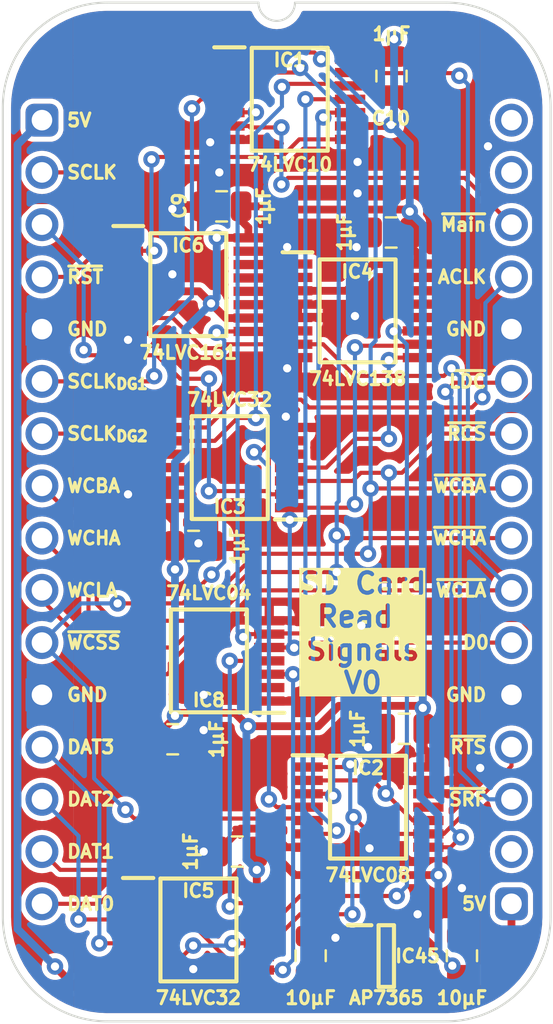
<source format=kicad_pcb>
(kicad_pcb (version 20240108) (generator "pcbnew") (generator_version "8.0")
  (title_block (title "SD Card Read Signals") (date "2024-07-03") (rev "V1"))
  (layers (0 "F.Cu" signal) (31 "B.Cu" signal) (34 "B.Paste" user) (35 "F.Paste" user) (36 "B.SilkS" user "B.Silkscreen") (37 "F.SilkS" user "F.Silkscreen") (38 "B.Mask" user) (39 "F.Mask" user) (44 "Edge.Cuts" user))
  (net 0 "")
  (net 1 "Read Data Wide")
  (net 2 "/~{RTS}•~{RCRCS}")
  (net 3 "/Read Funk Clock")
  (net 4 "/~{SRFS}•~{WCSS}")
  (net 5 "/Write Count Address")
  (net 7 "5V")
  (net 8 "GND")
  (net 10 "/~{Stop Read Funk Started}")
  (net 11 "~{TCD}_{8..11}")
  (net 12 "/~{Read CRC Wide}")
  (net 13 "/~{Read Data Wide}")
  (net 15 "/Funk2")
  (net 17 "/Funk0")
  (net 20 "/~{Wait For Read Transmit}")
  (net 22 "/Funk1")
  (net 23 "/DAT0+DAT1")
  (net 24 "/DAT2+DAT3")
  (net 25 "/DAT_{0..3} Zero")
  (net 26 "/~{DAT_{0..3} Zero}")
  (net 33 "~{Write Count Bank Address}")
  (net 34 "~{Write Count High Address}")
  (net 35 "~{Write Count Low Address}")
  (net 36 "~{Main}")
  (net 37 "~{Read CRC Started}")
  (net 38 "~{Write Read Start}")
  (net 39 "~{Load Down Count}")
  (net 40 "~{Read Transmit Started}")
  (net 41 "~{Second Half CLK}_{Dragged2}")
  (net 42 "~{Stop Read Funk}")
  (net 43 "~{Reset}")
  (net 44 "Write Count High Address")
  (net 45 "Write Count Bank Address")
  (net 46 "Write Count Low Address")
  (net 47 "DAT0")
  (net 48 "DAT3")
  (net 49 "DAT1")
  (net 50 "DAT2")
  (net 51 "~{Second Half CLK}_{Dragged1}")
  (net 52 "Second Half CLK")
  (net 53 "Address CLK")
  (net 54 "/3.3V")
  (footprint "SamacSys_Parts:C_0805" (layer "F.Cu") (at 92.71 101.219 -90)
    (property "Reference" "C4" (hide yes))
    (property "Value" "1μF")
  )
  (footprint "SamacSys_Parts:SOT95P285X130-5N" (layer "F.Cu") (at 103.124 111.76)
    (property "Reference" "IC45")
    (property "Value" "AP7365-33WG-7" (hide yes))
  )
  (footprint "SamacSys_Parts:SOP65P640X110-16N" (layer "F.Cu") (at 101.727 80.391)
    (property "Reference" "IC4")
    (property "Value" "74LVC138APW-Q100J" (hide yes))
  )
  (footprint "SamacSys_Parts:C_0805" (layer "F.Cu") (at 93.726 91.821 -90)
    (property "Reference" "C5" (hide yes))
    (property "Value" "1μF")
  )
  (footprint "SamacSys_Parts:C_0805" (layer "F.Cu") (at 103.378 76.581 90)
    (property "Reference" "C11" (hide yes))
    (property "Value" "1μF")
  )
  (footprint "SamacSys_Parts:C_0805" (layer "F.Cu") (at 99.441 111.76)
    (property "Reference" "C3" (hide yes))
    (property "Value" "10μF")
  )
  (footprint "SamacSys_Parts:SOP65P640X110-14N" (layer "F.Cu") (at 93.98 110.49)
    (property "Reference" "IC5")
    (property "Value" "74LVC32APW,118" (hide yes))
  )
  (footprint "SamacSys_Parts:DIP-32_Board_W22.86mm" (layer "F.Cu") (at 86.36 71.12)
    (property "Reference" "J8" (hide yes))
    (property "Value" "Conn_02x16_Counter_Clockwise" (hide yes))
    (fp_line (start -1.905 -0.635) (end -1.905 38.735) (stroke (width 0.1)) (layer "Edge.Cuts"))
    (fp_line (start 10.541 -5.715) (end 3.175 -5.715) (stroke (width 0.1)) (layer "Edge.Cuts"))
    (fp_line (start 19.685 -5.715) (end 12.319 -5.715) (stroke (width 0.1)) (layer "Edge.Cuts"))
    (fp_line (start 19.685 43.815) (end 3.175 43.815) (stroke (width 0.1)) (layer "Edge.Cuts"))
    (fp_line (start 24.765 38.735) (end 24.765 -0.635) (stroke (width 0.1)) (layer "Edge.Cuts"))
    (fp_arc (start -1.905 -0.635) (mid -0.417102 -4.227102) (end 3.175 -5.715) (stroke (width 0.1)) (layer "Edge.Cuts"))
    (fp_arc (start 3.175 43.815) (mid -0.417102 42.327102) (end -1.905 38.735) (stroke (width 0.1)) (layer "Edge.Cuts"))
    (fp_arc (start 12.319 -5.715) (mid 11.43 -4.826) (end 10.541 -5.715) (stroke (width 0.1)) (layer "Edge.Cuts"))
    (fp_arc (start 19.685 -5.715) (mid 23.277102 -4.227102) (end 24.765 -0.635) (stroke (width 0.1)) (layer "Edge.Cuts"))
    (fp_arc (start 24.765 38.735) (mid 23.277102 42.327102) (end 19.685 43.815) (stroke (width 0.1)) (layer "Edge.Cuts"))
  )
  (footprint "SamacSys_Parts:SOP65P640X120-14N" (layer "F.Cu") (at 98.425 70.104)
    (property "Reference" "IC1")
    (property "Value" "SN74LVC10APWR" (hide yes))
  )
  (footprint "SamacSys_Parts:C_0805" (layer "F.Cu") (at 106.807 111.76)
    (property "Reference" "C2" (hide yes))
    (property "Value" "10μF")
  )
  (footprint "SamacSys_Parts:SOP65P640X110-14N" (layer "F.Cu") (at 94.488 97.409 180)
    (property "Reference" "IC8")
    (property "Value" "74LVC04APW,118" (hide yes))
  )
  (footprint "SamacSys_Parts:C_0805" (layer "F.Cu") (at 103.378 68.961 180)
    (property "Reference" "C10")
    (property "Value" "1μF")
  )
  (footprint "SamacSys_Parts:SOP65P640X110-14N" (layer "F.Cu") (at 102.235 104.521)
    (property "Reference" "IC2")
    (property "Value" "74LVC08APW,112" (hide yes))
  )
  (footprint "SamacSys_Parts:C_0805" (layer "F.Cu") (at 95.123 75.311 90)
    (property "Reference" "C9")
    (property "Value" "1μF")
  )
  (footprint "SamacSys_Parts:SOP65P640X110-16N" (layer "F.Cu") (at 93.487 79.117)
    (property "Reference" "IC6")
    (property "Value" "74LVC161PW,112" (hide yes))
  )
  (footprint "SamacSys_Parts:C_0805" (layer "F.Cu") (at 104.013 100.711 90)
    (property "Reference" "C6" (hide yes))
    (property "Value" "1μF")
  )
  (footprint "SamacSys_Parts:SOP65P640X110-14N" (layer "F.Cu") (at 95.504 88.011 180)
    (property "Reference" "IC3")
    (property "Value" "74LVC32APW,118" (hide yes))
  )
  (footprint "SamacSys_Parts:C_0805" (layer "F.Cu") (at 95.885 106.68 90)
    (property "Reference" "C1" (hide yes))
    (property "Value" "1μF")
  )
  (gr_text "WCLA" (at 87.503 93.98 0) (layer "F.SilkS") (effects (font (size 0.635 0.635)) (justify left)))
  (gr_text "~{RTS}" (at 108.077 101.6 0) (layer "F.SilkS") (effects (font (size 0.635 0.635)) (justify right)))
  (gr_text "~{WCLA}" (at 108.077 93.98 0) (layer "F.SilkS") (effects (font (size 0.635 0.635)) (justify right)))
  (gr_text "~{Main}" (at 108.077 76.2 0) (layer "F.SilkS") (effects (font (size 0.635 0.635)) (justify right)))
  (gr_text "SD Card\nRead \nSignals\nV0" (at 101.981 99.06 0) (layer "F.SilkS" knockout) (effects (font (size 1 1) (thickness 0.2) (bold yes)) (justify bottom)))
  (gr_text "DAT2" (at 87.503 104.14 0) (layer "F.SilkS") (effects (font (size 0.635 0.635)) (justify left)))
  (gr_text "GND" (at 108.077 99.06 0) (layer "F.SilkS") (effects (font (size 0.635 0.635)) (justify right)))
  (gr_text "GND" (at 87.503 81.28 0) (layer "F.SilkS") (effects (font (size 0.635 0.635)) (justify left)))
  (gr_text "SCLK_{DG1}" (at 87.503 83.82 0) (layer "F.SilkS") (effects (font (size 0.635 0.635)) (justify left)))
  (gr_text "GND" (at 87.503 99.06 0) (layer "F.SilkS") (effects (font (size 0.635 0.635)) (justify left)))
  (gr_text "~{WCSS}" (at 87.503 96.52 0) (layer "F.SilkS") (effects (font (size 0.635 0.635)) (justify left)))
  (gr_text "WCHA" (at 87.503 91.44 0) (layer "F.SilkS") (effects (font (size 0.635 0.635)) (justify left)))
  (gr_text "DAT0" (at 87.503 109.22 0) (layer "F.SilkS") (effects (font (size 0.635 0.635)) (justify left)))
  (gr_text "~{LDC}" (at 108.077 83.82 0) (layer "F.SilkS") (effects (font (size 0.635 0.635)) (justify right)))
  (gr_text "D0" (at 108.204 96.52 0) (layer "F.SilkS") (effects (font (size 0.635 0.635)) (justify right)))
  (gr_text "SCLK_{DG2}" (at 87.503 86.36 0) (layer "F.SilkS") (effects (font (size 0.635 0.635)) (justify left)))
  (gr_text "GND" (at 108.077 81.28 0) (layer "F.SilkS") (effects (font (size 0.635 0.635)) (justify right)))
  (gr_text "DAT1" (at 87.503 106.68 0) (layer "F.SilkS") (effects (font (size 0.635 0.635)) (justify left)))
  (gr_text "~{RST}" (at 87.503 78.74 0) (layer "F.SilkS") (effects (font (size 0.635 0.635)) (justify left)))
  (gr_text "ACLK" (at 108.077 78.74 0) (layer "F.SilkS") (effects (font (size 0.635 0.635)) (justify right)))
  (gr_text "~{WCBA}" (at 108.077 88.9 0) (layer "F.SilkS") (effects (font (size 0.635 0.635)) (justify right)))
  (gr_text "~{WCHA}" (at 108.077 91.44 0) (layer "F.SilkS") (effects (font (size 0.635 0.635)) (justify right)))
  (gr_text "SCLK" (at 87.503 73.66 0) (layer "F.SilkS") (effects (font (size 0.635 0.635)) (justify left)))
  (gr_text "~{RCS}" (at 108.077 86.36 0) (layer "F.SilkS") (effects (font (size 0.635 0.635)) (justify right)))
  (gr_text "~{SRF}" (at 108.077 104.14 0) (layer "F.SilkS") (effects (font (size 0.635 0.635)) (justify right)))
  (gr_text "5V" (at 87.503 71.12 0) (layer "F.SilkS") (effects (font (size 0.635 0.635)) (justify left)))
  (gr_text "DAT3" (at 87.503 101.6 0) (layer "F.SilkS") (effects (font (size 0.635 0.635)) (justify left)))
  (gr_text "5V" (at 108.077 109.22 0) (layer "F.SilkS") (effects (font (size 0.635 0.635)) (justify right)))
  (gr_text "WCBA" (at 87.503 88.9 0) (layer "F.SilkS") (effects (font (size 0.635 0.635)) (justify left)))
  (segment (start 96.774 70.739) (end 95.502 70.739) (width 0.2) (layer "F.Cu") (net 1))
  (segment (start 96.160508 96.249) (end 96.300508 96.109) (width 0.2) (layer "F.Cu") (net 1))
  (segment (start 97.461 96.074) (end 100.728339 96.074) (width 0.2) (layer "F.Cu") (net 1))
  (segment (start 101.174339 96.52) (end 109.22 96.52) (width 0.2) (layer "F.Cu") (net 1))
  (segment (start 100.728339 96.074) (end 101.174339 96.52) (width 0.2) (layer "F.Cu") (net 1))
  (segment (start 96.300508 96.109) (end 97.426 96.109) (width 0.2) (layer "F.Cu") (net 1))
  (via (at 96.160508 96.249) (size 0.8) (drill 0.4) (layers "F.Cu" "B.Cu") (net 1))
  (via (at 96.774 70.739) (size 0.8) (drill 0.4) (layers "F.Cu" "B.Cu") (net 1))
  (segment (start 95.885 71.628) (end 96.774 70.739) (width 0.2) (layer "B.Cu") (net 1))
  (segment (start 96.160508 96.249) (end 95.885 95.973492) (width 0.2) (layer "B.Cu") (net 1))
  (segment (start 95.885 95.973492) (end 95.885 71.628) (width 0.2) (layer "B.Cu") (net 1))
  (segment (start 100.438546 103.871) (end 99.297 103.871) (width 0.2) (layer "F.Cu") (net 2))
  (segment (start 100.289802 70.754) (end 100.057174 70.986628) (width 0.2) (layer "F.Cu") (net 2))
  (segment (start 101.363 70.754) (end 100.289802 70.754) (width 0.2) (layer "F.Cu") (net 2))
  (segment (start 100.539421 103.971875) (end 100.438546 103.871) (width 0.2) (layer "F.Cu") (net 2))
  (via (at 100.057174 70.986628) (size 0.8) (drill 0.4) (layers "F.Cu" "B.Cu") (net 2))
  (via (at 100.539421 103.971875) (size 0.8) (drill 0.4) (layers "F.Cu" "B.Cu") (net 2))
  (segment (start 100.539421 96.627074) (end 99.822 95.909653) (width 0.2) (layer "B.Cu") (net 2))
  (segment (start 100.539421 103.971875) (end 100.539421 96.627074) (width 0.2) (layer "B.Cu") (net 2))
  (segment (start 99.822 95.909653) (end 99.822 71.221802) (width 0.2) (layer "B.Cu") (net 2))
  (segment (start 99.822 71.221802) (end 100.057174 70.986628) (width 0.2) (layer "B.Cu") (net 2))
  (segment (start 91.809 72.91) (end 91.694 73.025) (width 0.2) (layer "F.Cu") (net 3))
  (segment (start 98.032 72.91) (end 91.809 72.91) (width 0.2) (layer "F.Cu") (net 3))
  (segment (start 91.821 77.47) (end 90.584 77.47) (width 0.2) (layer "F.Cu") (net 3))
  (segment (start 98.888 72.054) (end 98.032 72.91) (width 0.2) (layer "F.Cu") (net 3))
  (segment (start 101.363 72.054) (end 98.888 72.054) (width 0.2) (layer "F.Cu") (net 3))
  (via (at 91.694 73.025) (size 0.8) (drill 0.4) (layers "F.Cu" "B.Cu") (net 3))
  (via (at 91.821 77.47) (size 0.8) (drill 0.4) (layers "F.Cu" "B.Cu") (net 3))
  (segment (start 91.694 73.025) (end 91.694 77.343) (width 0.2) (layer "B.Cu") (net 3))
  (segment (start 91.694 77.343) (end 91.821 77.47) (width 0.2) (layer "B.Cu") (net 3))
  (segment (start 101.363 70.104) (end 99.187 70.104) (width 0.2) (layer "F.Cu") (net 4))
  (segment (start 99.297 105.821) (end 100.554 105.821) (width 0.2) (layer "F.Cu") (net 4))
  (segment (start 100.554 105.821) (end 100.711 105.664) (width 0.2) (layer "F.Cu") (net 4))
  (via (at 99.187 70.104) (size 0.8) (drill 0.4) (layers "F.Cu" "B.Cu") (net 4))
  (via (at 100.711 105.664) (size 0.8) (drill 0.4) (layers "F.Cu" "B.Cu") (net 4))
  (segment (start 99.187 95.840339) (end 99.556 96.209339) (width 0.2) (layer "B.Cu") (net 4))
  (segment (start 99.556 96.209339) (end 99.556 104.509) (width 0.2) (layer "B.Cu") (net 4))
  (segment (start 99.556 104.509) (end 100.711 105.664) (width 0.2) (layer "B.Cu") (net 4))
  (segment (start 99.187 70.104) (end 99.187 95.840339) (width 0.2) (layer "B.Cu") (net 4))
  (segment (start 98.194 69.354) (end 101.263 69.354) (width 0.2) (layer "F.Cu") (net 5))
  (segment (start 94.772 86.711) (end 95.885 85.598) (width 0.2) (layer "F.Cu") (net 5))
  (segment (start 92.566 86.711) (end 94.772 86.711) (width 0.2) (layer "F.Cu") (net 5))
  (segment (start 98.044 69.504) (end 98.194 69.354) (width 0.2) (layer "F.Cu") (net 5))
  (segment (start 95.885 85.598) (end 96.774 85.598) (width 0.2) (layer "F.Cu") (net 5))
  (via (at 96.774 85.598) (size 0.8) (drill 0.4) (layers "F.Cu" "B.Cu") (net 5))
  (via (at 98.044 69.504) (size 0.8) (drill 0.4) (layers "F.Cu" "B.Cu") (net 5))
  (segment (start 96.774 71.72895) (end 96.774 85.598) (width 0.2) (layer "B.Cu") (net 5))
  (segment (start 98.044 70.45895) (end 96.774 71.72895) (width 0.2) (layer "B.Cu") (net 5))
  (segment (start 98.044 69.504) (end 98.044 70.45895) (width 0.2) (layer "B.Cu") (net 5))
  (segment (start 101.824 110.81) (end 102.529 110.81) (width 0.38) (layer "F.Cu") (net 7))
  (segment (start 100.412 113.665) (end 99.441 112.694) (width 0.38) (layer "F.Cu") (net 7))
  (segment (start 99.441 112.694) (end 98.851 113.284) (width 0.38) (layer "F.Cu") (net 7))
  (segment (start 99.441 112.694) (end 101.808 112.694) (width 0.38) (layer "F.Cu") (net 7))
  (segment (start 109.22 111.918024) (end 107.473024 113.665) (width 0.38) (layer "F.Cu") (net 7))
  (segment (start 102.529 110.81) (end 102.789 111.07) (width 0.38) (layer "F.Cu") (net 7))
  (segment (start 102.789 112.45) (end 102.529 112.71) (width 0.38) (layer "F.Cu") (net 7))
  (segment (start 88.011 113.284) (end 98.851 113.284) (width 0.38) (layer "F.Cu") (net 7))
  (segment (start 88.011 113.284) (end 86.995 112.268) (width 0.38) (layer "F.Cu") (net 7))
  (segment (start 102.529 112.71) (end 101.824 112.71) (width 0.38) (layer "F.Cu") (net 7))
  (segment (start 107.473024 113.665) (end 100.412 113.665) (width 0.38) (layer "F.Cu") (net 7))
  (segment (start 102.789 111.07) (end 102.789 112.45) (width 0.38) (layer "F.Cu") (net 7))
  (segment (start 109.22 109.22) (end 109.22 111.918024) (width 0.38) (layer "F.Cu") (net 7))
  (via (at 86.995 112.268) (size 0.8) (drill 0.4) (layers "F.Cu" "B.Cu") (net 7))
  (segment (start 86.995 112.268) (end 85.17 110.443) (width 0.38) (layer "B.Cu") (net 7))
  (segment (start 85.17 72.31) (end 86.36 71.12) (width 0.38) (layer "B.Cu") (net 7))
  (segment (start 85.17 110.443) (end 85.17 72.31) (width 0.38) (layer "B.Cu") (net 7))
  (segment (start 96.034 105.565) (end 94.919 106.68) (width 0.38) (layer "F.Cu") (net 8))
  (segment (start 109.552915 85.17) (end 110.41 84.312915) (width 0.38) (layer "F.Cu") (net 8))
  (segment (start 90.551 81.403) (end 90.551 81.8) (width 0.38) (layer "F.Cu") (net 8))
  (segment (start 106.045 78.105) (end 106.045 75.184) (width 0.38) (layer "F.Cu") (net 8))
  (segment (start 102.743 73.152) (end 101.727 73.152) (width 0.38) (layer "F.Cu") (net 8))
  (segment (start 92.566 89.311) (end 90.551 89.311) (width 0.38) (layer "F.Cu") (net 8))
  (segment (start 95.422 95.459) (end 94.234 96.647) (width 0.38) (layer "F.Cu") (net 8))
  (segment (start 86.472 81.392) (end 89.662 81.392) (width 0.38) (layer "F.Cu") (net 8))
  (segment (start 99.297 106.471) (end 98.247024 106.471) (width 0.38) (layer "F.Cu") (net 8))
  (segment (start 97.341024 105.565) (end 96.034 105.565) (width 0.38) (layer "F.Cu") (net 8))
  (segment (start 97.426 99.359) (end 99.777 99.359) (width 0.38) (layer "F.Cu") (net 8))
  (segment (start 85.09 80.01) (end 86.36 81.28) (width 0.38) (layer "F.Cu") (net 8))
  (segment (start 110.49 97.79) (end 109.22 99.06) (width 0.38) (layer "F.Cu") (net 8))
  (segment (start 97.426 99.359) (end 94.533 99.359) (width 0.38) (layer "F.Cu") (net 8))
  (segment (start 101.915562 95.696439) (end 102.282001 95.33) (width 0.38) (layer "F.Cu") (net 8))
  (segment (start 92.71 75.438) (end 94.03 75.438) (width 0.38) (layer "F.Cu") (net 8))
  (segment (start 95.885 101.6) (end 95.504 101.219) (width 0.38) (layer "F.Cu") (net 8))
  (segment (start 95.504 101.219) (end 93.676 101.219) (width 0.38) (layer "F.Cu") (net 8))
  (segment (start 94.533 99.359) (end 94.234 99.06) (width 0.38) (layer "F.Cu") (net 8))
  (segment (start 95.921 86.4235) (end 97.13644 86.4235) (width 0.38) (layer "F.Cu") (net 8))
  (segment (start 105.173 103.221) (end 104.0555 103.221) (width 0.38) (layer "F.Cu") (net 8))
  (segment (start 93.6935 91.4075) (end 93.98 91.694) (width 0.38) (layer "F.Cu") (net 8))
  (segment (start 109.22 81.28) (end 106.045 78.105) (width 0.38) (layer "F.Cu") (net 8))
  (segment (start 89.447 80.102) (end 89.447 81.177) (width 0.38) (layer "F.Cu") (net 8))
  (segment (start 93.6935 89.321) (end 93.6935 91.4075) (width 0.38) (layer "F.Cu") (net 8))
  (segment (start 89.447 81.177) (end 89.662 81.392) (width 0.38) (layer "F.Cu") (net 8))
  (segment (start 98.247024 106.471) (end 97.341024 105.565) (width 0.38) (layer "F.Cu") (net 8))
  (segment (start 93.6835 89.311) (end 93.6935 89.321) (width 0.38) (layer "F.Cu") (net 8))
  (segment (start 102.28 86.061) (end 102.616 85.725) (width 0.38) (layer "F.Cu") (net 8))
  (segment (start 92.566 89.311) (end 93.6835 89.311) (width 0.38) (layer "F.Cu") (net 8))
  (segment (start 85.09 75.787085) (end 85.09 80.01) (width 0.38) (layer "F.Cu") (net 8))
  (segment (start 92.71 75.438) (end 92.282 75.01) (width 0.38) (layer "F.Cu") (net 8))
  (segment (start 105.841 72.39) (end 108.077 72.39) (width 0.38) (layer "F.Cu") (net 8))
  (segment (start 110.41 84.312915) (end 110.41 82.47) (width 0.38) (layer "F.Cu") (net 8))
  (segment (start 98.234498 85.853498) (end 98.442 86.061) (width 0.38) (layer "F.Cu") (net 8))
  (segment (start 98.802 82.681) (end 98.298 83.185) (width 0.38) (layer "F.Cu") (net 8))
  (segment (start 85.17 82.47) (end 85.17 97.87) (width 0.38) (layer "F.Cu") (net 8))
  (segment (start 110.41 82.47) (end 109.22 81.28) (width 0.38) (layer "F.Cu") (net 8))
  (segment (start 100.648998 111.539998) (end 100.869 111.76) (width 0.38) (layer "F.Cu") (net 8))
  (segment (start 85.867085 75.01) (end 85.09 75.787085) (width 0.38) (layer "F.Cu") (net 8))
  (segment (start 110.49 96.107085) (end 110.49 97.79) (width 0.38) (layer "F.Cu") (net 8))
  (segment (start 89.457 80.092) (end 89.447 80.102) (width 0.38) (layer "F.Cu") (net 8))
  (segment (start 90.562 78.792) (end 92.531 78.792) (width 0.38) (layer "F.Cu") (net 8))
  (segment (start 99.725 73.152) (end 99.441 73.436) (width 0.38) (layer "F.Cu") (net 8))
  (segment (start 93.676 101.219) (end 94.11825 100.77675) (width 0.38) (layer "F.Cu") (net 8))
  (segment (start 100.33 98.806) (end 107.315 98.806) (width 0.38) (layer "F.Cu") (net 8))
  (segment (start 99.441 73.436) (end 95.22 73.436) (width 0.38) (layer "F.Cu") (net 8))
  (segment (start 92.282 75.01) (end 85.867085 75.01) (width 0.38) (layer "F.Cu") (net 8))
  (segment (start 97.426 95.459) (end 95.422 95.459) (width 0.38) (layer "F.Cu") (net 8))
  (segment (start 106.807 109.728) (end 106.807 108.458) (width 0.38) (layer "F.Cu") (net 8))
  (segment (start 101.675006 77.290998) (end 101.675014 77.29099) (width 0.38) (layer "F.Cu") (net 8))
  (segment (start 97.426 95.459) (end 101.678123 95.459) (width 0.38) (layer "F.Cu") (net 8))
  (segment (start 94.919 106.68) (end 94.234 106.68) (width 0.38) (layer "F.Cu") (net 8))
  (segment (start 97.49894 86.061) (end 98.442 86.061) (width 0.38) (layer "F.Cu") (net 8))
  (segment (start 90.562 80.092) (end 89.662 80.092) (width 0.38) (layer "F.Cu") (net 8))
  (segment (start 97.13644 86.4235) (end 97.49894 86.061) (width 0.38) (layer "F.Cu") (net 8))
  (segment (start 93.681 112.44) (end 93.726 112.395) (width 0.38) (layer "F.Cu") (net 8))
  (segment (start 105.173 103.221) (end 105.173 103.871) (width 0.38) (layer "F.Cu") (net 8))
  (segment (start 99.777 99.359) (end 100.33 98.806) (width 0.38) (layer "F.Cu") (net 8))
  (segment (start 106.807 110.794) (end 106.807 109.728) (width 0.38) (layer "F.Cu") (net 8))
  (segment (start 105.537 74.676) (end 101.727 74.676) (width 0.38) (layer "F.Cu") (net 8))
  (segment (start 98.442 86.061) (end 102.28 86.061) (width 0.38) (layer "F.Cu") (net 8))
  (segment (start 89.483 78.792) (end 90.562 78.792) (width 0.38) (layer "F.Cu") (net 8))
  (segment (start 101.70201 77.29099) (end 101.675014 77.29099) (width 0.38) (layer "F.Cu") (net 8))
  (segment (start 86.36 81.28) (end 85.17 82.47) (width 0.38) (layer "F.Cu") (net 8))
  (segment (start 104.0555 103.221) (end 103.047 102.2125) (width 0.38) (layer "F.Cu") (net 8))
  (segment (start 104.673 71.222) (end 102.743 73.152) (width 0.38) (layer "F.Cu") (net 8))
  (segment (start 105.173 103.221) (end 107.090998 103.221) (width 0.38) (layer "F.Cu") (net 8))
  (segment (start 108.727085 85.17) (end 109.552915 85.17) (width 0.38) (layer "F.Cu") (net 8))
  (segment (start 104.648 109.728) (end 106.807 109.728) (width 0.38) (layer "F.Cu") (net 8))
  (segment (start 89.634 102.334) (end 92.561 102.334) (width 0.38) (layer "F.Cu") (net 8))
  (segment (start 94.234 96.647) (end 94.234 99.06) (width 0.38) (layer "F.Cu") (net 8))
  (segment (start 89.447 79.877) (end 89.447 78.828) (width 0.38) (layer "F.Cu") (net 8))
  (segment (start 94.107 91.821) (end 93.98 91.694) (width 0.38) (layer "F.Cu") (net 8))
  (segment (start 94.157 75.311) (end 94.157 74.499) (width 0.38) (layer "F.Cu") (net 8))
  (segment (start 92.531 78.792) (end 92.71 78.613) (width 0.38) (layer "F.Cu") (net 8))
  (segment (start 103.047 100.711) (end 102.235 101.523) (width 0.38) (layer "F.Cu") (net 8))
  (segment (start 89.662 81.392) (end 90.562 81.392) (width 0.38) (layer "F.Cu") (net 8))
  (segment (start 94.157 74.499) (end 94.995999 73.660001) (width 0.38) (layer "F.Cu") (net 8))
  (segment (start 91.042 112.44) (end 93.681 112.44) (width 0.38) (layer "F.Cu") (net 8))
  (segment (start 100.648998 110.871) (end 100.648998 111.539998) (width 0.38) (layer "F.Cu") (net 8))
  (segment (start 100.648998 110.871) (end 100.571998 110.794) (width 0.38) (layer "F.Cu") (net 8))
  (segment (start 102.235 101.6) (end 95.885 101.6) (width 0.38) (layer "F.Cu") (net 8))
  (segment (start 89.662 80.092) (end 89.457 80.092) (width 0.38) (layer "F.Cu") (net 8))
  (segment (start 98.802 80.716) (end 101.529008 80.716) (width 0.38) (layer "F.Cu") (net 8))
  (segment (start 102.412 76.581) (end 101.70201 77.29099) (width 0.38) (layer "F.Cu") (net 8))
  (segment (start 102.258036 106.471) (end 102.308036 106.521) (width 0.38) (layer "F.Cu") (net 8))
  (segment (start 103.047 102.2125) (end 103.047 100.711) (width 0.38) (layer "F.Cu") (net 8))
  (segment (start 95.487 72.054) (end 94.689918 72.054) (width 0.38) (layer "F.Cu") (net 8))
  (segment (start 92.561 102.334) (end 93.676 101.219) (width 0.38) (layer "F.Cu") (net 8))
  (segment (start 102.282001 95.33) (end 109.712915 95.33) (width 0.38) (layer "F.Cu") (net 8))
  (segment (start 85.17 97.87) (end 86.36 99.06) (width 0.38) (layer "F.Cu") (net 8))
  (segment (start 107.090998 103.221) (end 107.695998 102.616) (width 0.38) (layer "F.Cu") (net 8))
  (segment (start 92.566 88.661) (end 92.566 89.311) (width 0.38) (layer "F.Cu") (net 8))
  (segment (start 94.692 91.821) (end 94.107 91.821) (width 0.38) (layer "F.Cu") (net 8))
  (segment (start 109.712915 95.33) (end 110.49 96.107085) (width 0.38) (layer "F.Cu") (net 8))
  (segment (start 103.378 69.927) (end 105.841 72.39) (width 0.38) (layer "F.Cu") (net 8))
  (segment (start 100.571998 110.794) (end 99.441 110.794) (width 0.38) (layer "F.Cu") (net 8))
  (segment (start 109.22 99.06) (end 107.569 99.06) (width 0.38) (layer "F.Cu") (net 8))
  (segment (start 94.689918 72.054) (end 94.549301 72.194617) (width 0.38) (layer "F.Cu") (net 8))
  (segment (start 86.36 99.06) (end 89.634 102.334) (width 0.38) (layer "F.Cu") (net 8))
  (segment (start 99.297 106.471) (end 102.258036 106.471) (width 0.38) (layer "F.Cu") (net 8))
  (segment (start 98.802 80.066) (end 98.802 80.716) (width 0.38) (layer "F.Cu") (net 8))
  (segment (start 93.6835 88.661) (end 95.921 86.4235) (width 0.38) (layer "F.Cu") (net 8))
  (segment (start 89.447 78.828) (end 89.483 78.792) (width 0.38) (layer "F.Cu") (net 8))
  (segment (start 102.616 85.725) (end 108.172085 85.725) (width 0.38) (layer "F.Cu") (net 8))
  (segment (start 101.727 73.152) (end 99.725 73.152) (width 0.38) (layer "F.Cu") (net 8))
  (segment (start 101.678123 95.459) (end 101.915562 95.696439) (width 0.38) (layer "F.Cu") (net 8))
  (segment (start 98.234498 85.534502) (end 98.234498 85.853498) (width 0.38) (layer "F.Cu") (net 8))
  (segment (start 100.869 111.76) (end 101.824 111.76) (width 0.38) (layer "F.Cu") (net 8))
  (segment (start 90.562 78.792) (end 90.562 78.142) (width 0.38) (layer "F.Cu") (net 8))
  (segment (start 89.662 80.092) (end 89.447 79.877) (width 0.38) (layer "F.Cu") (net 8))
  (segment (start 95.22 73.436) (end 94.995999 73.660001) (width 0.38) (layer "F.Cu") (net 8))
  (segment (start 102.235 101.523) (end 102.235 101.6) (width 0.38) (layer "F.Cu") (net 8))
  (segment (start 94.11825 100.77675) (end 94.231304 100.77675) (width 0.38) (layer "F.Cu") (net 8))
  (segment (start 106.045 75.184) (end 105.537 74.676) (width 0.38) (layer "F.Cu") (net 8))
  (segment (start 108.172085 85.725) (end 108.727085 85.17) (width 0.38) (layer "F.Cu") (net 8))
  (segment (start 107.569 99.06) (end 107.315 98.806) (width 0.38) (layer "F.Cu") (net 8))
  (segment (start 98.298 77.290998) (end 101.675006 77.290998) (width 0.38) (layer "F.Cu") (net 8))
  (segment (start 92.566 88.661) (end 93.6835 88.661) (width 0.38) (layer "F.Cu") (net 8))
  (segment (start 101.529008 80.716) (end 101.600008 80.645) (width 0.38) (layer "F.Cu") (net 8))
  (via (at 98.234498 85.534502) (size 0.8) (drill 0.4) (layers "F.Cu" "B.Cu") (net 8))
  (via (at 92.71 75.438) (size 0.8) (drill 0.4) (layers "F.Cu" "B.Cu") (net 8))
  (via (at 101.600008 80.645) (size 0.8) (drill 0.4) (layers "F.Cu" "B.Cu") (net 8))
  (via (at 98.298 83.185) (size 0.8) (drill 0.4) (layers "F.Cu" "B.Cu") (net 8))
  (via (at 90.551 81.8) (size 0.8) (drill 0.4) (layers "F.Cu" "B.Cu") (net 8))
  (via (at 94.995999 73.660001) (size 0.8) (drill 0.4) (layers "F.Cu" "B.Cu") (net 8))
  (via (at 101.675014 77.29099) (size 0.8) (drill 0.4) (layers "F.Cu" "B.Cu") (net 8))
  (via (at 92.71 78.613) (size 0.8) (drill 0.4) (layers "F.Cu" "B.Cu") (net 8))
  (via (at 107.695998 102.616) (size 0.8) (drill 0.4) (layers "F.Cu" "B.Cu") (net 8))
  (via (at 102.235 101.6) (size 0.8) (drill 0.4) (layers "F.Cu" "B.Cu") (net 8))
  (via (at 98.298 77.290998) (size 0.8) (drill 0.4) (layers "F.Cu" "B.Cu") (net 8))
  (via (at 100.648998 110.871) (size 0.8) (drill 0.4) (layers "F.Cu" "B.Cu") (net 8))
  (via (at 104.648 109.728) (size 0.8) (drill 0.4) (layers "F.Cu" "B.Cu") (net 8))
  (via (at 106.807 108.458) (size 0.8) (drill 0.4) (layers "F.Cu" "B.Cu") (net 8))
  (via (at 101.915562 95.696439) (size 0.8) (drill 0.4) (layers "F.Cu" "B.Cu") (net 8))
  (via (at 94.234 99.06) (size 0.8) (drill 0.4) (layers "F.Cu" "B.Cu") (net 8))
  (via (at 93.726 112.395) (size 0.8) (drill 0.4) (layers "F.Cu" "B.Cu") (net 8))
  (via (at 94.234 106.68) (size 0.8) (drill 0.4) (layers "F.Cu" "B.Cu") (net 8))
  (via (at 94.231304 100.77675) (size 0.8) (drill 0.4) (layers "F.Cu" "B.Cu") (net 8))
  (via (at 101.727 73.152) (size 0.8) (drill 0.4) (layers "F.Cu" "B.Cu") (net 8))
  (via (at 94.549301 72.194617) (size 0.8) (drill 0.4) (layers "F.Cu" "B.Cu") (net 8))
  (via (at 93.98 91.694) (size 0.8) (drill 0.4) (layers "F.Cu" "B.Cu") (net 8))
  (via (at 108.077 72.39) (size 0.8) (drill 0.4) (layers "F.Cu" "B.Cu") (net 8))
  (via (at 101.727 74.676) (size 0.8) (drill 0.4) (layers "F.Cu" "B.Cu") (net 8))
  (via (at 102.308036 106.521) (size 0.8) (drill 0.4) (layers "F.Cu" "B.Cu") (net 8))
  (via (at 90.551 89.311) (size 0.8) (drill 0.4) (layers "F.Cu" "B.Cu") (net 8))
  (segment (start 90.551 81.8) (end 90.551 89.311) (width 0.38) (layer "B.Cu") (net 8))
  (segment (start 110.41 105.236001) (end 110.156001 105.49) (width 0.38) (layer "B.Cu") (net 8))
  (segment (start 93.726 112.395) (end 92.837 111.506) (width 0.38) (layer "B.Cu") (net 8))
  (segment (start 92.837 110.236) (end 94.234 108.839) (width 0.38) (layer "B.Cu") (net 8))
  (segment (start 101.600008 80.645) (end 101.600008 77.365996) (width 0.38) (layer "B.Cu") (net 8))
  (segment (start 98.298 83.185) (end 98.298 77.290998) (width 0.38) (layer "B.Cu") (net 8))
  (segment (start 102.370914 106.458122) (end 102.370914 104.660128) (width 0.38) (layer "B.Cu") (net 8))
  (segment (start 102.235 96.015877) (end 101.915562 95.696439) (width 0.38) (layer "B.Cu") (net 8))
  (segment (start 109.22 81.28) (end 110.41 80.09) (width 0.38) (layer "B.Cu") (net 8))
  (segment (start 110.41 100.25) (end 110.41 105.236001) (width 0.38) (layer "B.Cu") (net 8))
  (segment (start 108.727085 105.49) (end 106.807 107.410085) (width 0.38) (layer "B.Cu") (net 8))
  (segment (start 94.549301 73.213303) (end 94.995999 73.660001) (width 0.38) (layer "B.Cu") (net 8))
  (segment (start 102.308036 106.521) (end 102.370914 106.458122) (width 0.38) (layer "B.Cu") (net 8))
  (segment (start 93.98 92.456) (end 93.726 92.71) (width 0.38) (layer "B.Cu") (net 8))
  (segment (start 94.234 97.917) (end 94.234 99.06) (width 0.38) (layer "B.Cu") (net 8))
  (segment (start 110.41 73.167085) (end 109.632915 72.39) (width 0.38) (layer "B.Cu") (net 8))
  (segment (start 94.231304 106.677304) (end 94.234 106.68) (width 0.38) (layer "B.Cu") (net 8))
  (segment (start 103.505 110.871) (end 104.648 109.728) (width 0.38) (layer "B.Cu") (net 8))
  (segment (start 110.41 97.87) (end 109.22 99.06) (width 0.38) (layer "B.Cu") (net 8))
  (segment (start 94.234 108.839) (end 94.234 106.68) (width 0.38) (layer "B.Cu") (net 8))
  (segment (start 94.234 99.06) (end 94.234 100.774054) (width 0.38) (layer "B.Cu") (net 8))
  (segment (start 109.22 81.28) (end 110.41 82.47) (width 0.38) (layer "B.Cu") (net 8))
  (segment (start 92.71 78.613) (end 92.71 75.438) (width 0.38) (layer "B.Cu") (net 8))
  (segment (start 93.98 91.694) (end 93.98 92.456) (width 0.38) (layer "B.Cu") (net 8))
  (segment (start 101.600008 77.365996) (end 101.675014 77.29099) (width 0.38) (layer "B.Cu") (net 8))
  (segment (start 93.726 97.409) (end 94.234 97.917) (width 0.38) (layer "B.Cu") (net 8))
  (segment (start 109.22 99.06) (end 110.41 100.25) (width 0.38) (layer "B.Cu") (net 8))
  (segment (start 100.648998 110.871) (end 103.505 110.871) (width 0.38) (layer "B.Cu") (net 8))
  (segment (start 101.727 73.66) (end 101.727 73.152) (width 0.38) (layer "B.Cu") (net 8))
  (segment (start 101.675014 77.29099) (end 101.727 77.239004) (width 0.38) (layer "B.Cu") (net 8))
  (segment (start 109.632915 72.39) (end 108.077 72.39) (width 0.38) (layer "B.Cu") (net 8))
  (segment (start 107.695998 100.584002) (end 107.695998 102.616) (width 0.38) (layer "B.Cu") (net 8))
  (segment (start 106.807 107.410085) (end 106.807 108.458) (width 0.38) (layer "B.Cu") (net 8))
  (segment (start 94.549301 72.194617) (end 94.549301 73.213303) (width 0.38) (layer "B.Cu") (net 8))
  (segment (start 102.370914 104.660128) (end 102.235 104.524214) (width 0.38) (layer "B.Cu") (net 8))
  (segment (start 110.41 82.47) (end 110.41 97.87) (width 0.38) (layer "B.Cu") (net 8))
  (segment (start 94.231304 100.77675) (end 94.231304 106.677304) (width 0.38) (layer "B.Cu") (net 8))
  (segment (start 102.235 104.524214) (end 102.235 101.6) (width 0.38) (layer "B.Cu") (net 8))
  (segment (start 98.298 85.471) (end 98.234498 85.534502) (width 0.38) (layer "B.Cu") (net 8))
  (segment (start 102.235 101.6) (end 102.235 96.015877) (width 0.38) (layer "B.Cu") (net 8))
  (segment (start 101.727 77.239004) (end 101.727 74.676) (width 0.38) (layer "B.Cu") (net 8))
  (segment (start 101.727 74.676) (end 101.727 73.66) (width 0.38) (layer "B.Cu") (net 8))
  (segment (start 110.41 80.09) (end 110.41 73.167085) (width 0.38) (layer "B.Cu") (net 8))
  (segment (start 94.234 100.774054) (end 94.231304 100.77675) (width 0.38) (layer "B.Cu") (net 8))
  (segment (start 98.298 83.185) (end 98.298 85.471) (width 0.38) (layer "B.Cu") (net 8))
  (segment (start 93.726 92.71) (end 93.726 97.409) (width 0.38) (layer "B.Cu") (net 8))
  (segment (start 109.22 99.06) (end 107.695998 100.584002) (width 0.38) (layer "B.Cu") (net 8))
  (segment (start 110.156001 105.49) (end 108.727085 105.49) (width 0.38) (layer "B.Cu") (net 8))
  (segment (start 92.837 111.506) (end 92.837 110.236) (width 0.38) (layer "B.Cu") (net 8))
  (segment (start 99.297 104.521) (end 97.79 104.521) (width 0.2) (layer "F.Cu") (net 10))
  (segment (start 97.79 104.521) (end 97.409 104.14) (width 0.2) (layer "F.Cu") (net 10))
  (segment (start 96.991555 87.26135) (end 96.688935 87.26135) (width 0.2) (layer "F.Cu") (net 10))
  (segment (start 97.541905 86.711) (end 96.991555 87.26135) (width 0.2) (layer "F.Cu") (net 10))
  (segment (start 98.442 86.711) (end 97.541905 86.711) (width 0.2) (layer "F.Cu") (net 10))
  (via (at 97.409 104.14) (size 0.8) (drill 0.4) (layers "F.Cu" "B.Cu") (net 10))
  (via (at 96.688935 87.26135) (size 0.8) (drill 0.4) (layers "F.Cu" "B.Cu") (net 10))
  (segment (start 97.409 104.14) (end 97.409 87.981415) (width 0.2) (layer "B.Cu") (net 10))
  (segment (start 97.409 87.981415) (end 96.688935 87.26135) (width 0.2) (layer "B.Cu") (net 10))
  (segment (start 88.645992 82.55) (end 91.948 82.55) (width 0.2) (layer "F.Cu") (net 11))
  (segment (start 97.5045 89.311) (end 98.442 89.311) (width 0.2) (layer "F.Cu") (net 11))
  (segment (start 97.4045 89.154) (end 97.4045 89.211) (width 0.2) (layer "F.Cu") (net 11))
  (segment (start 98.442 87.361) (end 97.5045 87.361) (width 0.2) (layer "F.Cu") (net 11))
  (segment (start 97.5045 87.361) (end 97.4045 87.461) (width 0.2) (layer "F.Cu") (net 11))
  (segment (start 97.4045 89.154) (end 94.488 89.154) (width 0.2) (layer "F.Cu") (net 11))
  (segment (start 91.948 82.55) (end 93.091 83.693) (width 0.2) (layer "F.Cu") (net 11))
  (segment (start 97.4045 87.461) (end 97.4045 89.154) (width 0.2) (layer "F.Cu") (net 11))
  (segment (start 93.091 83.693) (end 94.488 83.693) (width 0.2) (layer "F.Cu") (net 11))
  (segment (start 97.4045 89.211) (end 97.5045 89.311) (width 0.2) (layer "F.Cu") (net 11))
  (segment (start 88.392 82.296008) (end 88.645992 82.55) (width 0.2) (layer "F.Cu") (net 11))
  (via (at 94.488 83.693) (size 0.8) (drill 0.4) (layers "F.Cu" "B.Cu") (net 11))
  (via (at 94.488 89.154) (size 0.8) (drill 0.4) (layers "F.Cu" "B.Cu") (net 11))
  (via (at 88.392 82.296008) (size 0.8) (drill 0.4) (layers "F.Cu" "B.Cu") (net 11))
  (segment (start 94.488 89.154) (end 94.488 83.693) (width 0.2) (layer "B.Cu") (net 11))
  (segment (start 88.392 78.232) (end 88.392 82.296008) (width 0.2) (layer "B.Cu") (net 11))
  (segment (start 86.36 76.2) (end 88.392 78.232) (width 0.2) (layer "B.Cu") (net 11))
  (segment (start 103.372186 82.666) (end 104.652 82.666) (width 0.2) (layer "F.Cu") (net 12))
  (segment (start 98.442 88.011) (end 100.203 88.011) (width 0.2) (layer "F.Cu") (net 12))
  (segment (start 101.6 86.614) (end 103.251 86.614) (width 0.2) (layer "F.Cu") (net 12))
  (segment (start 103.251 82.787186) (end 103.372186 82.666) (width 0.2) (layer "F.Cu") (net 12))
  (segment (start 100.203 88.011) (end 101.6 86.614) (width 0.2) (layer "F.Cu") (net 12))
  (via (at 103.251 86.614) (size 0.8) (drill 0.4) (layers "F.Cu" "B.Cu") (net 12))
  (via (at 103.251 82.787186) (size 0.8) (drill 0.4) (layers "F.Cu" "B.Cu") (net 12))
  (segment (start 103.251 82.787186) (end 103.251 86.614) (width 0.2) (layer "B.Cu") (net 12))
  (segment (start 98.442 89.961) (end 98.442 90.534) (width 0.2) (layer "F.Cu") (net 13))
  (segment (start 97.426 96.759) (end 98.6225 96.759) (width 0.2) (layer "F.Cu") (net 13))
  (segment (start 98.6225 96.759) (end 98.6375 96.774) (width 0.2) (layer "F.Cu") (net 13))
  (segment (start 104.580814 82.087186) (end 101.681814 82.087186) (width 0.2) (layer "F.Cu") (net 13))
  (segment (start 101.428 89.961) (end 101.6 89.789) (width 0.2) (layer "F.Cu") (net 13))
  (segment (start 98.442 89.961) (end 101.428 89.961) (width 0.2) (layer "F.Cu") (net 13))
  (segment (start 98.442 90.534) (end 98.425 90.551) (width 0.2) (layer "F.Cu") (net 13))
  (segment (start 101.681814 82.087186) (end 101.6 82.169) (width 0.2) (layer "F.Cu") (net 13))
  (via (at 98.425 90.551) (size 0.8) (drill 0.4) (layers "F.Cu" "B.Cu") (net 13))
  (via (at 101.6 89.789) (size 0.8) (drill 0.4) (layers "F.Cu" "B.Cu") (net 13))
  (via (at 101.6 82.169) (size 0.8) (drill 0.4) (layers "F.Cu" "B.Cu") (net 13))
  (via (at 98.6375 96.774) (size 0.8) (drill 0.4) (layers "F.Cu" "B.Cu") (net 13))
  (segment (start 98.425 96.5615) (end 98.6375 96.774) (width 0.2) (layer "B.Cu") (net 13))
  (segment (start 98.425 90.551) (end 98.425 96.5615) (width 0.2) (layer "B.Cu") (net 13))
  (segment (start 101.6 89.789) (end 101.6 82.169) (width 0.2) (layer "B.Cu") (net 13))
  (segment (start 97.663 79.768) (end 97.663 81.152) (width 0.2) (layer "F.Cu") (net 15))
  (segment (start 97.663 81.152) (end 97.877 81.366) (width 0.2) (layer "F.Cu") (net 15))
  (segment (start 96.412 79.442) (end 97.337 79.442) (width 0.2) (layer "F.Cu") (net 15))
  (segment (start 97.877 81.366) (end 98.802 81.366) (width 0.2) (layer "F.Cu") (net 15))
  (segment (start 97.337 79.442) (end 97.663 79.768) (width 0.2) (layer "F.Cu") (net 15))
  (segment (start 96.412 78.142) (end 98.776 78.142) (width 0.2) (layer "F.Cu") (net 17))
  (segment (start 96.918 109.84) (end 97.932 109.84) (width 0.2) (layer "F.Cu") (net 20))
  (segment (start 103.251 108.839) (end 103.632 108.839) (width 0.2) (layer "F.Cu") (net 20))
  (segment (start 103.483226 81.387186) (end 104.630814 81.387186) (width 0.2) (layer "F.Cu") (net 20))
  (segment (start 97.932 109.84) (end 98.933 108.839) (width 0.2) (layer "F.Cu") (net 20))
  (segment (start 98.933 108.839) (end 103.251 108.839) (width 0.2) (layer "F.Cu") (net 20))
  (via (at 103.483226 81.387186) (size 0.8) (drill 0.4) (layers "F.Cu" "B.Cu") (net 20))
  (via (at 103.632 108.839) (size 0.8) (drill 0.4) (layers "F.Cu" "B.Cu") (net 20))
  (segment (start 103.632 108.839) (end 104.128 108.343) (width 0.2) (layer "B.Cu") (net 20))
  (segment (start 104.128 108.343) (end 104.128 82.03196) (width 0.2) (layer "B.Cu") (net 20))
  (segment (start 104.128 82.03196) (end 103.483226 81.387186) (width 0.2) (layer "B.Cu") (net 20))
  (segment (start 96.412 78.792) (end 98.776 78.792) (width 0.2) (layer "F.Cu") (net 22))
  (segment (start 91.042 109.84) (end 93.307669 109.84) (width 0.2) (layer "F.Cu") (net 23))
  (segment (start 95.342669 111.875) (end 96.833 111.875) (width 0.2) (layer "F.Cu") (net 23))
  (segment (start 93.307669 109.84) (end 95.342669 111.875) (width 0.2) (layer "F.Cu") (net 23))
  (segment (start 93.188 111.79) (end 93.726 111.252) (width 0.2) (layer "F.Cu") (net 24))
  (segment (start 96.918 111.14) (end 95.631 111.14) (width 0.2) (layer "F.Cu") (net 24))
  (segment (start 91.042 111.79) (end 93.188 111.79) (width 0.2) (layer "F.Cu") (net 24))
  (via (at 95.631 111.14) (size 0.8) (drill 0.4) (layers "F.Cu" "B.Cu") (net 24))
  (via (at 93.726 111.252) (size 0.8) (drill 0.4) (layers "F.Cu" "B.Cu") (net 24))
  (segment (start 95.631 111.14) (end 95.519 111.252) (width 0.2) (layer "B.Cu") (net 24))
  (segment (start 95.519 111.252) (end 93.726 111.252) (width 0.2) (layer "B.Cu") (net 24))
  (segment (start 98.078979 112.44) (end 98.084432 112.434547) (width 0.2) (layer "F.Cu") (net 25))
  (segment (start 98.587028 98.058999) (end 97.426001 98.058999) (width 0.2) (layer "F.Cu") (net 25))
  (segment (start 96.918 112.44) (end 98.078979 112.44) (width 0.2) (layer "F.Cu") (net 25))
  (via (at 98.587028 98.058999) (size 0.8) (drill 0.4) (layers "F.Cu" "B.Cu") (net 25))
  (via (at 98.084432 112.434547) (size 0.8) (drill 0.4) (layers "F.Cu" "B.Cu") (net 25))
  (segment (start 98.587028 111.931951) (end 98.587028 98.058999) (width 0.2) (layer "B.Cu") (net 25))
  (segment (start 98.084432 112.434547) (end 98.587028 111.931951) (width 0.2) (layer "B.Cu") (net 25))
  (segment (start 95.504 97.409) (end 97.426 97.409) (width 0.2) (layer "F.Cu") (net 26))
  (segment (start 96.918 109.19) (end 95.661 109.19) (width 0.2) (layer "F.Cu") (net 26))
  (segment (start 95.661 109.19) (end 95.504 109.347) (width 0.2) (layer "F.Cu") (net 26))
  (via (at 95.504 97.409) (size 0.8) (drill 0.4) (layers "F.Cu" "B.Cu") (net 26))
  (via (at 95.504 109.347) (size 0.8) (drill 0.4) (layers "F.Cu" "B.Cu") (net 26))
  (segment (start 95.504 109.347) (end 95.504 97.409) (width 0.2) (layer "B.Cu") (net 26))
  (segment (start 95.811 67.83) (end 99.6279 67.83) (width 0.2) (layer "F.Cu") (net 33))
  (segment (start 96.785628 92.202) (end 102.235002 92.202) (width 0.2) (layer "F.Cu") (net 33))
  (segment (start 93.528628 95.459) (end 96.785628 92.202) (width 0.2) (layer "F.Cu") (net 33))
  (segment (start 95.487 68.154) (end 95.811 67.83) (width 0.2) (layer "F.Cu") (net 33))
  (segment (start 99.6279 67.83) (end 99.949 68.1511) (width 0.2) (layer "F.Cu") (net 33))
  (segment (start 109.093 89.027) (end 102.362 89.027) (width 0.2) (layer "F.Cu") (net 33))
  (segment (start 91.55 95.459) (end 93.528628 95.459) (width 0.2) (layer "F.Cu") (net 33))
  (via (at 102.235002 92.202) (size 0.8) (drill 0.4) (layers "F.Cu" "B.Cu") (net 33))
  (via (at 99.949 68.1511) (size 0.8) (drill 0.4) (layers "F.Cu" "B.Cu") (net 33))
  (via (at 102.362 89.027) (size 0.8) (drill 0.4) (layers "F.Cu" "B.Cu") (net 33))
  (segment (start 99.949 68.1511) (end 102.604 70.8061) (width 0.2) (layer "B.Cu") (net 33))
  (segment (start 102.362 92.075002) (end 102.362 89.027) (width 0.2) (layer "B.Cu") (net 33))
  (segment (start 102.604 70.8061) (end 102.604 81.844661) (width 0.2) (layer "B.Cu") (net 33))
  (segment (start 102.235002 92.202) (end 102.362 92.075002) (width 0.2) (layer "B.Cu") (net 33))
  (segment (start 102.362 82.086661) (end 102.362 89.027) (width 0.2) (layer "B.Cu") (net 33))
  (segment (start 102.604 81.844661) (end 102.362 82.086661) (width 0.2) (layer "B.Cu") (net 33))
  (segment (start 96.462315 93.090999) (end 100.710999 93.090999) (width 0.2) (layer "F.Cu") (net 34))
  (segment (start 95.487 68.804) (end 98.709 68.804) (width 0.2) (layer "F.Cu") (net 34))
  (segment (start 92.794314 96.759) (end 96.462315 93.090999) (width 0.2) (layer "F.Cu") (net 34))
  (segment (start 98.709 68.804) (end 98.933 68.58) (width 0.2) (layer "F.Cu") (net 34))
  (segment (start 100.838 91.44) (end 100.711 91.313) (width 0.2) (layer "F.Cu") (net 34))
  (segment (start 109.22 91.44) (end 100.838 91.44) (width 0.2) (layer "F.Cu") (net 34))
  (segment (start 91.55 96.759) (end 92.794314 96.759) (width 0.2) (layer "F.Cu") (net 34))
  (via (at 100.710999 93.090999) (size 0.8) (drill 0.4) (layers "F.Cu" "B.Cu") (net 34))
  (via (at 98.933 68.58) (size 0.8) (drill 0.4) (layers "F.Cu" "B.Cu") (net 34))
  (via (at 100.711 91.313) (size 0.8) (drill 0.4) (layers "F.Cu" "B.Cu") (net 34))
  (segment (start 100.711 93.090998) (end 100.710999 93.090999) (width 0.2) (layer "B.Cu") (net 34))
  (segment (start 100.711 91.313) (end 100.711 93.090998) (width 0.2) (layer "B.Cu") (net 34))
  (segment (start 100.711 91.313) (end 100.711 89.744339) (width 0.2) (layer "B.Cu") (net 34))
  (segment (start 100.711 89.744339) (end 100.807174 89.648165) (width 0.2) (layer "B.Cu") (net 34))
  (segment (start 100.807174 89.648165) (end 100.807174 70.454174) (width 0.2) (layer "B.Cu") (net 34))
  (segment (start 100.807174 70.454174) (end 98.933 68.58) (width 0.2) (layer "B.Cu") (net 34))
  (segment (start 91.55 98.059) (end 92.4625 98.059) (width 0.2) (layer "F.Cu") (net 35))
  (segment (start 96.139 93.98) (end 109.22 93.98) (width 0.2) (layer "F.Cu") (net 35))
  (segment (start 106.553 68.834) (end 106.68 68.961) (width 0.2) (layer "F.Cu") (net 35))
  (segment (start 92.5875 97.934) (end 92.5875 97.5315) (width 0.2) (layer "F.Cu") (net 35))
  (segment (start 92.5875 97.5315) (end 96.139 93.98) (width 0.2) (layer "F.Cu") (net 35))
  (segment (start 101.393 68.834) (end 106.553 68.834) (width 0.2) (layer "F.Cu") (net 35))
  (segment (start 92.4625 98.059) (end 92.5875 97.934) (width 0.2) (layer "F.Cu") (net 35))
  (via (at 106.68 68.961) (size 0.8) (drill 0.4) (layers "F.Cu" "B.Cu") (net 35))
  (segment (start 107.099 91.859) (end 109.22 93.98) (width 0.2) (layer "B.Cu") (net 35))
  (segment (start 106.68 68.961) (end 107.099 69.38) (width 0.2) (layer "B.Cu") (net 35))
  (segment (start 107.099 69.38) (end 107.099 91.859) (width 0.2) (layer "B.Cu") (net 35))
  (segment (start 98.01795 71.47495) (end 96.49545 71.47495) (width 0.2) (layer "F.Cu") (net 36))
  (segment (start 98.01795 74.245) (end 98.33695 73.926) (width 0.2) (layer "F.Cu") (net 36))
  (segment (start 96.4245 71.404) (end 95.487 71.404) (width 0.2) (layer "F.Cu") (net 36))
  (segment (start 98.33695 73.926) (end 106.946 73.926) (width 0.2) (layer "F.Cu") (net 36))
  (segment (start 106.946 73.926) (end 109.22 76.2) (width 0.2) (layer "F.Cu") (net 36))
  (segment (start 96.49545 71.47495) (end 96.4245 71.404) (width 0.2) (layer "F.Cu") (net 36))
  (via (at 98.01795 74.245) (size 0.8) (drill 0.4) (layers "F.Cu" "B.Cu") (net 36))
  (via (at 98.01795 71.47495) (size 0.8) (drill 0.4) (layers "F.Cu" "B.Cu") (net 36))
  (segment (start 98.01795 71.47495) (end 98.01795 74.245) (width 0.2) (layer "B.Cu") (net 36))
  (segment (start 101.49153 88.661) (end 101.88753 88.265) (width 0.2) (layer "F.Cu") (net 37))
  (segment (start 98.442 88.661) (end 101.49153 88.661) (width 0.2) (layer "F.Cu") (net 37))
  (segment (start 103.886 88.265) (end 103.251001 88.265) (width 0.2) (layer "F.Cu") (net 37))
  (segment (start 105.173 105.171) (end 104.419336 105.171) (width 0.2) (layer "F.Cu") (net 37))
  (segment (start 102.469336 103.221) (end 103.103 103.854664) (width 0.2) (layer "F.Cu") (net 37))
  (segment (start 109.22 86.36) (end 105.791 86.36) (width 0.2) (layer "F.Cu") (net 37))
  (segment (start 101.88753 88.265) (end 103.251001 88.265) (width 0.2) (layer "F.Cu") (net 37))
  (segment (start 104.419336 105.171) (end 103.103 103.854664) (width 0.2) (layer "F.Cu") (net 37))
  (segment (start 105.791 86.36) (end 103.886 88.265) (width 0.2) (layer "F.Cu") (net 37))
  (segment (start 99.297 103.221) (end 102.469336 103.221) (width 0.2) (layer "F.Cu") (net 37))
  (via (at 103.251001 88.265) (size 0.8) (drill 0.4) (layers "F.Cu" "B.Cu") (net 37))
  (via (at 103.103 103.854664) (size 0.8) (drill 0.4) (layers "F.Cu" "B.Cu") (net 37))
  (segment (start 103.251001 103.706663) (end 103.251001 88.265) (width 0.2) (layer "B.Cu") (net 37))
  (segment (start 103.103 103.854664) (end 103.251001 103.706663) (width 0.2) (layer "B.Cu") (net 37))
  (segment (start 94.926176 81.392) (end 94.863067 81.455109) (width 0.2) (layer "F.Cu") (net 38))
  (segment (start 90.851 105.075) (end 99.201 105.075) (width 0.2) (layer "F.Cu") (net 38))
  (segment (start 93.218 94.615) (end 94.615 93.218) (width 0.2) (layer "F.Cu") (net 38))
  (segment (start 90.043 94.615) (end 93.218 94.615) (width 0.2) (layer "F.Cu") (net 38))
  (segment (start 96.412 81.392) (end 94.926176 81.392) (width 0.2) (layer "F.Cu") (net 38))
  (segment (start 90.424 104.648) (end 90.851 105.075) (width 0.2) (layer "F.Cu") (net 38))
  (via (at 90.424 104.648) (size 0.8) (drill 0.4) (layers "F.Cu" "B.Cu") (net 38))
  (via (at 94.615 93.218) (size 0.8) (drill 0.4) (layers "F.Cu" "B.Cu") (net 38))
  (via (at 90.043 94.615) (size 0.8) (drill 0.4) (layers "F.Cu" "B.Cu") (net 38))
  (via (at 94.863067 81.455109) (size 0.8) (drill 0.4) (layers "F.Cu" "B.Cu") (net 38))
  (segment (start 95.238 81.830042) (end 95.238 92.595) (width 0.2) (layer "B.Cu") (net 38))
  (segment (start 88.9 103.124) (end 90.424 104.648) (width 0.2) (layer "B.Cu") (net 38))
  (segment (start 86.36 96.52) (end 88.9 99.06) (width 0.2) (layer "B.Cu") (net 38))
  (segment (start 86.36 96.52) (end 88.265 94.615) (width 0.2) (layer "B.Cu") (net 38))
  (segment (start 88.265 94.615) (end 90.043 94.615) (width 0.2) (layer "B.Cu") (net 38))
  (segment (start 95.238 92.595) (end 94.615 93.218) (width 0.2) (layer "B.Cu") (net 38))
  (segment (start 88.9 99.06) (end 88.9 103.124) (width 0.2) (layer "B.Cu") (net 38))
  (segment (start 94.863067 81.455109) (end 95.238 81.830042) (width 0.2) (layer "B.Cu") (net 38))
  (segment (start 105.999 84.328) (end 106.442 83.885) (width 0.2) (layer "F.Cu") (net 39))
  (segment (start 106.25995 106.471) (end 105.173 106.471) (width 0.2) (layer "F.Cu") (net 39))
  (segment (start 106.442 83.885) (end 109.155 83.885) (width 0.2) (layer "F.Cu") (net 39))
  (segment (start 106.746475 105.984475) (end 106.25995 106.471) (width 0.2) (layer "F.Cu") (net 39))
  (via (at 106.746475 105.984475) (size 0.8) (drill 0.4) (layers "F.Cu" "B.Cu") (net 39))
  (via (at 105.999 84.328) (size 0.8) (drill 0.4) (layers "F.Cu" "B.Cu") (net 39))
  (segment (start 106.299 84.628) (end 106.299 105.537) (width 0.2) (layer "B.Cu") (net 39))
  (segment (start 105.999 84.328) (end 106.299 84.628) (width 0.2) (layer "B.Cu") (net 39))
  (segment (start 106.299 105.537) (end 106.746475 105.984475) (width 0.2) (layer "B.Cu") (net 39))
  (segment (start 105.173 105.821) (end 102.343846 105.821) (width 0.2) (layer "F.Cu") (net 40))
  (segment (start 109.22 102.521) (end 105.92 105.821) (width 0.2) (layer "F.Cu") (net 40))
  (segment (start 101.239047 102.571) (end 101.370047 102.44) (width 0.2) (layer "F.Cu") (net 40))
  (segment (start 96.918 110.49) (end 98.171 110.49) (width 0.2) (layer "F.Cu") (net 40))
  (segment (start 98.933 109.728) (end 101.473 109.728) (width 0.2) (layer "F.Cu") (net 40))
  (segment (start 102.343846 105.821) (end 101.530914 105.008068) (width 0.2) (layer "F.Cu") (net 40))
  (segment (start 98.171 110.49) (end 98.933 109.728) (width 0.2) (layer "F.Cu") (net 40))
  (segment (start 99.297 102.571) (end 101.239047 102.571) (width 0.2) (layer "F.Cu") (net 40))
  (segment (start 109.22 101.6) (end 109.22 102.521) (width 0.2) (layer "F.Cu") (net 40))
  (segment (start 105.92 105.821) (end 105.173 105.821) (width 0.2) (layer "F.Cu") (net 40))
  (via (at 101.370047 102.44) (size 0.8) (drill 0.4) (layers "F.Cu" "B.Cu") (net 40))
  (via (at 101.473 109.728) (size 0.8) (drill 0.4) (layers "F.Cu" "B.Cu") (net 40))
  (via (at 101.530914 105.008068) (size 0.8) (drill 0.4) (layers "F.Cu" "B.Cu") (net 40))
  (segment (start 101.473 105.065982) (end 101.530914 105.008068) (width 0.2) (layer "B.Cu") (net 40))
  (segment (start 101.530914 105.008068) (end 101.370047 104.847201) (width 0.2) (layer "B.Cu") (net 40))
  (segment (start 101.473 109.728) (end 101.473 105.065982) (width 0.2) (layer "B.Cu") (net 40))
  (segment (start 101.370047 104.847201) (end 101.370047 102.44) (width 0.2) (layer "B.Cu") (net 40))
  (segment (start 90.663 87.361) (end 92.566 87.361) (width 0.2) (layer "F.Cu") (net 41))
  (segment (start 89.662 86.36) (end 90.663 87.361) (width 0.2) (layer "F.Cu") (net 41))
  (segment (start 86.36 86.36) (end 89.662 86.36) (width 0.2) (layer "F.Cu") (net 41))
  (segment (start 100.05 82.016) (end 101.588 83.554) (width 0.2) (layer "F.Cu") (net 42))
  (segment (start 101.588 83.554) (end 105.93 83.554) (width 0.2) (layer "F.Cu") (net 42))
  (segment (start 92.737686 80.742) (end 90.562 80.742) (width 0.2) (layer "F.Cu") (net 42))
  (segment (start 95.362837 82.016) (end 95.173728 82.205109) (width 0.2) (layer "F.Cu") (net 42))
  (segment (start 105.93 83.554) (end 106.299 83.185) (width 0.2) (layer "F.Cu") (net 42))
  (segment (start 94.200795 82.205109) (end 92.737686 80.742) (width 0.2) (layer "F.Cu") (net 42))
  (segment (start 98.802 82.016) (end 100.05 82.016) (width 0.2) (layer "F.Cu") (net 42))
  (segment (start 95.173728 82.205109) (end 94.200795 82.205109) (width 0.2) (layer "F.Cu") (net 42))
  (segment (start 98.802 82.016) (end 95.362837 82.016) (width 0.2) (layer "F.Cu") (net 42))
  (via (at 106.299 83.185) (size 0.8) (drill 0.4) (layers "F.Cu" "B.Cu") (net 42))
  (segment (start 106.699 102.75037) (end 106.699 83.585) (width 0.2) (layer "B.Cu") (net 42))
  (segment (start 106.699 83.585) (end 106.299 83.185) (width 0.2) (layer "B.Cu") (net 42))
  (segment (start 108.08863 104.14) (end 106.699 102.75037) (width 0.2) (layer "B.Cu") (net 42))
  (segment (start 109.22 104.14) (end 108.08863 104.14) (width 0.2) (layer "B.Cu") (net 42))
  (segment (start 87.764 78.74) (end 86.36 78.74) (width 0.2) (layer "F.Cu") (net 43))
  (segment (start 90.562 76.842) (end 89.662 76.842) (width 0.2) (layer "F.Cu") (net 43))
  (segment (start 89.662 76.842) (end 87.764 78.74) (width 0.2) (layer "F.Cu") (net 43))
  (segment (start 90.6125 97.409) (end 91.55 97.409) (width 0.2) (layer "F.Cu") (net 44))
  (segment (start 86.36 91.44) (end 88.627 93.707) (width 0.2) (layer "F.Cu") (net 44))
  (segment (start 88.627 95.4235) (end 90.6125 97.409) (width 0.2) (layer "F.Cu") (net 44))
  (segment (start 88.627 93.707) (end 88.627 95.4235) (width 0.2) (layer "F.Cu") (net 44))
  (segment (start 90.476339 96.109) (end 89.027 94.659661) (width 0.2) (layer "F.Cu") (net 45))
  (segment (start 91.55 96.109) (end 90.476339 96.109) (width 0.2) (layer "F.Cu") (net 45))
  (segment (start 89.027 94.659661) (end 89.027 91.567) (width 0.2) (layer "F.Cu") (net 45))
  (segment (start 89.027 91.567) (end 86.36 88.9) (width 0.2) (layer "F.Cu") (net 45))
  (segment (start 86.36 94.4565) (end 90.6125 98.709) (width 0.2) (layer "F.Cu") (net 46))
  (segment (start 90.6125 98.709) (end 91.55 98.709) (width 0.2) (layer "F.Cu") (net 46))
  (segment (start 86.36 109.22) (end 89.154 109.22) (width 0.2) (layer "F.Cu") (net 47))
  (segment (start 89.154 109.22) (end 89.834 108.54) (width 0.2) (layer "F.Cu") (net 47))
  (segment (start 89.834 108.54) (end 91.042 108.54) (width 0.2) (layer "F.Cu") (net 47))
  (segment (start 91.042 111.14) (end 89.154 111.14) (width 0.2) (layer "F.Cu") (net 48))
  (via (at 89.154 111.14) (size 0.8) (drill 0.4) (layers "F.Cu" "B.Cu") (net 48))
  (segment (start 89.154 104.394) (end 89.154 111.14) (width 0.2) (layer "B.Cu") (net 48))
  (segment (start 86.36 101.6) (end 89.154 104.394) (width 0.2) (layer "B.Cu") (net 48))
  (segment (start 87.249 107.569) (end 91.6335 107.569) (width 0.2) (layer "F.Cu") (net 49))
  (segment (start 86.36 106.68) (end 87.249 107.569) (width 0.2) (layer "F.Cu") (net 49))
  (segment (start 92.202 108.9675) (end 91.9795 109.19) (width 0.2) (layer "F.Cu") (net 49))
  (segment (start 92.202 108.1375) (end 92.202 108.9675) (width 0.2) (layer "F.Cu") (net 49))
  (segment (start 91.6335 107.569) (end 92.202 108.1375) (width 0.2) (layer "F.Cu") (net 49))
  (segment (start 91.9795 109.19) (end 91.042 109.19) (width 0.2) (layer "F.Cu") (net 49))
  (segment (start 88.138 109.982) (end 89.5965 109.982) (width 0.2) (layer "F.Cu") (net 50))
  (segment (start 90.1045 110.49) (end 91.042 110.49) (width 0.2) (layer "F.Cu") (net 50))
  (segment (start 89.5965 109.982) (end 90.1045 110.49) (width 0.2) (layer "F.Cu") (net 50))
  (via (at 88.138 109.982) (size 0.8) (drill 0.4) (layers "F.Cu" "B.Cu") (net 50))
  (segment (start 88.138 105.918) (end 88.138 109.982) (width 0.2) (layer "B.Cu") (net 50))
  (segment (start 86.36 104.14) (end 88.138 105.918) (width 0.2) (layer "B.Cu") (net 50))
  (segment (start 86.36 83.82) (end 91.567 83.82) (width 0.2) (layer "F.Cu") (net 51))
  (segment (start 94.107 70.104) (end 93.6625 70.5485) (width 0.2) (layer "F.Cu") (net 51))
  (segment (start 95.487 70.104) (end 94.107 70.104) (width 0.2) (layer "F.Cu") (net 51))
  (segment (start 91.567 83.82) (end 91.821 83.566) (width 0.2) (layer "F.Cu") (net 51))
  (via (at 91.821 83.566) (size 0.8) (drill 0.4) (layers "F.Cu" "B.Cu") (net 51))
  (via (at 93.6625 70.5485) (size 0.8) (drill 0.4) (layers "F.Cu" "B.Cu") (net 51))
  (segment (start 93.6625 70.5485) (end 93.6625 79.6925) (width 0.2) (layer "B.Cu") (net 51))
  (segment (start 93.6625 79.6925) (end 91.821 81.534) (width 0.2) (layer "B.Cu") (net 51))
  (segment (start 91.821 81.534) (end 91.821 83.566) (width 0.2) (layer "B.Cu") (net 51))
  (segment (start 86.36 73.66) (end 89.281 73.66) (width 0.2) (layer "F.Cu") (net 52))
  (segment (start 89.281 73.66) (end 93.487 69.454) (width 0.2) (layer "F.Cu") (net 52))
  (segment (start 93.487 69.454) (end 95.487 69.454) (width 0.2) (layer "F.Cu") (net 52))
  (segment (start 98.977667 84.709) (end 95.758 84.709) (width 0.2) (layer "F.Cu") (net 53))
  (segment (start 94.406 86.061) (end 92.566 86.061) (width 0.2) (layer "F.Cu") (net 53))
  (segment (start 95.758 84.709) (end 94.406 86.061) (width 0.2) (layer "F.Cu") (net 53))
  (segment (start 107.294 85.09) (end 99.358667 85.09) (width 0.2) (layer "F.Cu") (net 53))
  (segment (start 107.799 84.585) (end 107.294 85.09) (width 0.2) (layer "F.Cu") (net 53))
  (segment (start 99.358667 85.09) (end 98.977667 84.709) (width 0.2) (layer "F.Cu") (net 53))
  (via (at 107.799 84.585) (size 0.8) (drill 0.4) (layers "F.Cu" "B.Cu") (net 53))
  (segment (start 107.949998 84.434002) (end 107.949998 80.010002) (width 0.2) (layer "B.Cu") (net 53))
  (segment (start 107.949998 80.010002) (end 109.22 78.74) (width 0.2) (layer "B.Cu") (net 53))
  (segment (start 107.799 84.585) (end 107.949998 84.434002) (width 0.2) (layer "B.Cu") (net 53))
  (segment (start 104.312 77.261) (end 104.652 77.601) (width 0.38) (layer "F.Cu") (net 54))
  (segment (start 92.837 100.158) (end 92.837 100.076) (width 0.38) (layer "F.Cu") (net 54))
  (segment (start 95.748 99.939) (end 96.393 100.584) (width 0.38) (layer "F.Cu") (net 54))
  (segment (start 92.837 100.076) (end 92.974 99.939) (width 0.38) (layer "F.Cu") (net 54))
  (segment (start 103.30306 71.404) (end 103.35553 71.35153) (width 0.38) (layer "F.Cu") (net 54))
  (segment (start 104.923 110.81) (end 106.34 112.227) (width 0.38) (layer "F.Cu") (net 54))
  (segment (start 104.803 99.596) (end 100.81 99.596) (width 0.38) (layer "F.Cu") (net 54))
  (segment (start 95.307 80.742) (end 94.595 80.03) (width 0.38) (layer "F.Cu") (net 54))
  (segment (start 92.974 99.939) (end 95.748 99.939) (width 0.38) (layer "F.Cu") (net 54))
  (segment (start 97.536 106.68) (end 97.663 106.807) (width 0.38) (layer "F.Cu") (net 54))
  (segment (start 103.378 68.027) (end 102.698 68.027) (width 0.38) (layer "F.Cu") (net 54))
  (segment (start 103.378 67.31) (end 103.505 67.183) (width 0.38) (layer "F.Cu") (net 54))
  (segment (start 101.363 71.404) (end 103.30306 71.404) (width 0.38) (layer "F.Cu") (net 54))
  (segment (start 97.663 75.311) (end 96.057 75.311) (width 0.38) (layer "F.Cu") (net 54))
  (segment (start 104.312 76.581) (end 104.312 77.261) (width 0.38) (layer "F.Cu") (net 54))
  (segment (start 104.652 77.601) (end 104.652 78.116) (width 0.38) (layer "F.Cu") (net 54))
  (segment (start 96.819 106.68) (end 97.536 106.68) (width 0.38) (layer "F.Cu") (net 54))
  (segment (start 96.819 106.68) (end 96.819 107.569) (width 0.38) (layer "F.Cu") (net 54))
  (segment (start 102.478 78.116) (end 104.652 78.116) (width 0.38) (layer "F.Cu") (net 54))
  (segment (start 91.776 100.158) (end 91.55 99.932) (width 0.38) (layer "F.Cu") (net 54))
  (segment (start 104.902 99.695) (end 104.803 99.596) (width 0.38) (layer "F.Cu") (net 54))
  (segment (start 97.663 106.807) (end 98.679 107.823) (width 0.38) (layer "F.Cu") (net 54))
  (segment (start 104.947 101.645) (end 105.173 101.871) (width 0.38) (layer "F.Cu") (net 54))
  (segment (start 102.571 68.154) (end 101.363 68.154) (width 0.38) (layer "F.Cu") (net 54))
  (segment (start 94.876 76.842) (end 94.869 76.835) (width 0.38) (layer "F.Cu") (net 54))
  (segment (start 91.776 101.219) (end 92.837 100.158) (width 0.38) (layer "F.Cu") (net 54))
  (segment (start 96.057 75.311) (end 96.057 75.991) (width 0.38) (layer "F.Cu") (net 54))
  (segment (start 104.902 99.695) (end 104.902 100.666) (width 0.38) (layer "F.Cu") (net 54))
  (segment (start 97.818 75.466) (end 97.663 75.311) (width 0.38) (layer "F.Cu") (net 54))
  (segment (start 96.819 106.68) (end 96.819 108.441) (width 0.38) (layer "F.Cu") (net 54))
  (segment (start 105.173 101.871) (end 105.173 102.571) (width 0.38) (layer "F.Cu") (net 54))
  (segment (start 101.178 79.416) (end 102.478 78.116) (width 0.38) (layer "F.Cu") (net 54))
  (segment (start 96.412 76.346) (end 96.412 76.842) (width 0.38) (layer "F.Cu") (net 54))
  (segment (start 92.566 89.961) (end 92.566 90.407) (width 0.38) (layer "F.Cu") (net 54))
  (segment (start 96.412 80.742) (end 95.307 80.742) (width 0.38) (layer "F.Cu") (net 54))
  (segment (start 104.168 75.466) (end 97.818 75.466) (width 0.38) (layer "F.Cu") (net 54))
  (segment (start 91.55 99.932) (end 91.55 99.359) (width 0.38) (layer "F.Cu") (net 54))
  (segment (start 94.007 79.442) (end 90.562 79.442) (width 0.38) (layer "F.Cu") (net 54))
  (segment (start 99.822 100.584) (end 96.393 100.584) (width 0.38) (layer "F.Cu") (net 54))
  (segment (start 96.819 108.441) (end 96.918 108.54) (width 0.38) (layer "F.Cu") (net 54))
  (segment (start 92.566 90.407) (end 92.792 90.633) (width 0.38) (layer "F.Cu") (net 54))
  (segment (start 104.267 75.565) (end 104.267 76.536) (width 0.38) (layer "F.Cu") (net 54))
  (segment (start 104.267 75.565) (end 104.168 75.466) (width 0.38) (layer "F.Cu") (net 54))
  (segment (start 104.424 110.81) (end 104.923 110.81) (width 0.38) (layer "F.Cu") (net 54))
  (segment (start 94.595 80.03) (end 94.007 79.442) (width 0.38) (layer "F.Cu") (net 54))
  (segment (start 103.378 68.027) (end 103.378 67.31) (width 0.38) (layer "F.Cu") (net 54))
  (segment (start 98.679 107.823) (end 105.664 107.823) (width 0.38) (layer "F.Cu") (net 54))
  (segment (start 96.412 76.842) (end 94.876 76.842) (width 0.38) (layer "F.Cu") (net 54))
  (segment (start 106.34 112.227) (end 106.807 112.694) (width 0.38) (layer "F.Cu") (net 54))
  (segment (start 92.837 92.964) (end 92.837 91.866) (width 0.38) (layer "F.Cu") (net 54))
  (segment (start 96.057 75.991) (end 96.412 76.346) (width 0.38) (layer "F.Cu") (net 54))
  (segment (start 98.802 79.416) (end 101.178 79.416) (width 0.38) (layer "F.Cu") (net 54))
  (segment (start 100.81 99.596) (end 99.822 100.584) (width 0.38) (layer "F.Cu") (net 54))
  (segment (start 92.792 90.633) (end 92.792 91.821) (width 0.38) (layer "F.Cu") (net 54))
  (segment (start 104.947 100.711) (end 104.947 101.645) (width 0.38) (layer "F.Cu") (net 54))
  (segment (start 102.698 68.027) (end 102.571 68.154) (width 0.38) (layer "F.Cu") (net 54))
  (segment (start 91.776 101.219) (end 91.776 100.158) (width 0.38) (layer "F.Cu") (net 54))
  (via (at 105.664 107.823) (size 0.8) (drill 0.4) (layers "F.Cu" "B.Cu") (net 54))
  (via (at 106.34 112.227) (size 0.8) (drill 0.4) (layers "F.Cu" "B.Cu") (net 54))
  (via (at 96.819 107.569) (size 0.8) (drill 0.4) (layers "F.Cu" "B.Cu") (net 54))
  (via (at 94.595 80.03) (size 0.8) (drill 0.4) (layers "F.Cu" "B.Cu") (net 54))
  (via (at 104.267 75.565) (size 0.8) (drill 0.4) (layers "F.Cu" "B.Cu") (net 54))
  (via (at 103.35553 71.35153) (size 0.8) (drill 0.4) (layers "F.Cu" "B.Cu") (net 54))
  (via (at 96.393 100.584) (size 0.8) (drill 0.4) (layers "F.Cu" "B.Cu") (net 54))
  (via (at 94.869 76.835) (size 0.8) (drill 0.4) (layers "F.Cu" "B.Cu") (net 54))
  (via (at 103.505 67.183) (size 0.8) (drill 0.4) (layers "F.Cu" "B.Cu") (net 54))
  (via (at 104.902 99.695) (size 0.8) (drill 0.4) (layers "F.Cu" "B.Cu") (net 54))
  (via (at 92.837 92.964) (size 0.8) (drill 0.4) (layers "F.Cu" "B.Cu") (net 54))
  (via (at 92.837 100.076) (size 0.8) (drill 0.4) (layers "F.Cu" "B.Cu") (net 54))
  (segment (start 104.775 99.822) (end 104.902 99.695) (width 0.38) (layer "B.Cu") (net 54))
  (segment (start 104.902 99.695) (end 104.902 76.2) (width 0.38) (layer "B.Cu") (net 54))
  (segment (start 92.837 100.076) (end 92.837 92.964) (width 0.38) (layer "B.Cu") (net 54))
  (segment (start 104.902 76.2) (end 104.267 75.565) (width 0.38) (layer "B.Cu") (net 54))
  (segment (start 105.664 104.902) (end 104.775 104.013) (width 0.38) (layer "B.Cu") (net 54))
  (segment (start 93.345 81.28) (end 93.345 87.249) (width 0.38) (layer "B.Cu") (net 54))
  (segment (start 94.869 79.756) (end 94.595 80.03) (width 0.38) (layer "B.Cu") (net 54))
  (segment (start 92.837 87.757) (end 92.837 92.964) (width 0.38) (layer "B.Cu") (net 54))
  (segment (start 96.393 100.584) (end 96.315 100.662) (width 0.38) (layer "B.Cu") (net 54))
  (segment (start 105.664 107.823) (end 105.664 111.551) (width 0.38) (layer "B.Cu") (net 54))
  (segment (start 103.505 71.20206) (end 103.35553 71.35153) (width 0.38) (layer "B.Cu") (net 54))
  (segment (start 105.664 107.823) (end 105.664 104.902) (width 0.38) (layer "B.Cu") (net 54))
  (segment (start 96.315 100.662) (end 96.315 107.065) (width 0.38) (layer "B.Cu") (net 54))
  (segment (start 104.267 72.263) (end 103.35553 71.35153) (width 0.38) (layer "B.Cu") (net 54))
  (segment (start 94.595 80.03) (end 93.345 81.28) (width 0.38) (layer "B.Cu") (net 54))
  (segment (start 104.267 75.565) (end 104.267 72.263) (width 0.38) (layer "B.Cu") (net 54))
  (segment (start 104.775 104.013) (end 104.775 99.822) (width 0.38) (layer "B.Cu") (net 54))
  (segment (start 94.869 76.835) (end 94.869 79.756) (width 0.38) (layer "B.Cu") (net 54))
  (segment (start 103.505 67.183) (end 103.505 71.20206) (width 0.38) (layer "B.Cu") (net 54))
  (segment (start 93.345 87.249) (end 92.837 87.757) (width 0.38) (layer "B.Cu") (net 54))
  (segment (start 105.664 111.551) (end 106.34 112.227) (width 0.38) (layer "B.Cu") (net 54))
  (segment (start 96.315 107.065) (end 96.819 107.569) (width 0.38) (layer "B.Cu") (net 54))
  (zone (net 8) (net_name "GND") (layers "F&B.Cu") (connect_pads (clearance 0.25)) (min_thickness 0.25) (fill yes (thermal_gap 0.5) (thermal_bridge_width 0.5) (island_removal_mode 2) (island_area_min 10))
    (polygon (pts (xy 87.873298 65.278) (xy 107.696 65.278) (xy 107.696 115.062) (xy 87.9094 115.062)))
  )
  (zone (net 8) (net_name "GND") (layers "F&B.Cu") (connect_pads yes (clearance 0.25)) (min_thickness 0.25) (fill yes (thermal_gap 0.5) (thermal_bridge_width 0.5) (island_removal_mode 2) (island_area_min 10))
    (polygon (pts (xy 111.252 65.278) (xy 107.696 65.278) (xy 107.696 115.062) (xy 111.252 115.062)))
  )
  (zone (net 8) (net_name "GND") (layers "F&B.Cu") (connect_pads yes (clearance 0.25)) (min_thickness 0.25) (fill yes (thermal_gap 0.5) (thermal_bridge_width 0.5) (island_removal_mode 2) (island_area_min 10))
    (polygon (pts (xy 84.317298 65.278) (xy 87.873298 65.278) (xy 87.9094 115.062) (xy 84.328 115.062)))
  )
)
</source>
